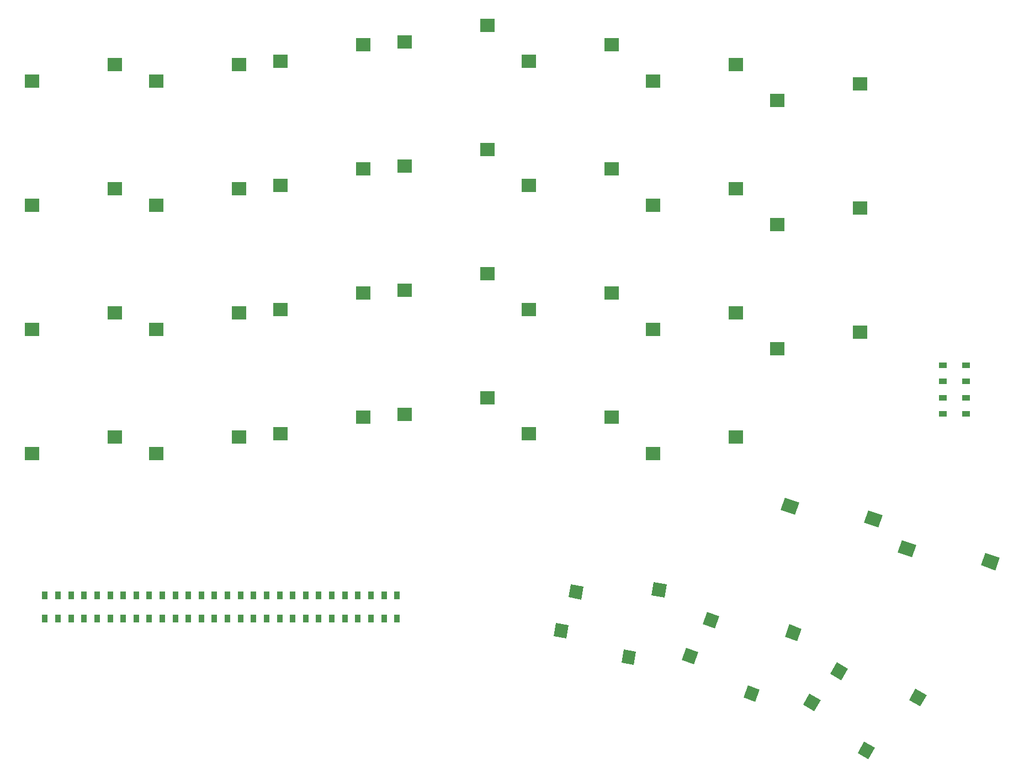
<source format=gbp>
%TF.GenerationSoftware,KiCad,Pcbnew,(5.1.6-0-10_14)*%
%TF.CreationDate,2020-07-09T23:16:05+02:00*%
%TF.ProjectId,splitkb,73706c69-746b-4622-9e6b-696361645f70,rev?*%
%TF.SameCoordinates,Original*%
%TF.FileFunction,Paste,Bot*%
%TF.FilePolarity,Positive*%
%FSLAX46Y46*%
G04 Gerber Fmt 4.6, Leading zero omitted, Abs format (unit mm)*
G04 Created by KiCad (PCBNEW (5.1.6-0-10_14)) date 2020-07-09 23:16:05*
%MOMM*%
%LPD*%
G01*
G04 APERTURE LIST*
%ADD10C,0.100000*%
%ADD11R,2.300000X2.000000*%
%ADD12R,0.950000X1.300000*%
%ADD13R,1.300000X0.950000*%
G04 APERTURE END LIST*
D10*
%TO.C,SW27*%
G36*
X162001219Y-142388269D02*
G01*
X161001219Y-144120319D01*
X159269169Y-143120319D01*
X160269169Y-141388269D01*
X162001219Y-142388269D01*
G37*
G36*
X170297595Y-149718525D02*
G01*
X169297595Y-151450575D01*
X167652147Y-150500575D01*
X168652147Y-148768525D01*
X170297595Y-149718525D01*
G37*
G36*
X166160450Y-137584270D02*
G01*
X165160450Y-139316320D01*
X163428400Y-138316320D01*
X164428400Y-136584270D01*
X166160450Y-137584270D01*
G37*
G36*
X178255767Y-141634566D02*
G01*
X177255767Y-143366616D01*
X175523717Y-142366616D01*
X176523717Y-140634566D01*
X178255767Y-141634566D01*
G37*
%TD*%
%TO.C,SW22*%
G36*
X143204728Y-135008828D02*
G01*
X142520687Y-136888213D01*
X140641302Y-136204172D01*
X141325343Y-134324787D01*
X143204728Y-135008828D01*
G37*
G36*
X152647948Y-140787070D02*
G01*
X151963908Y-142666455D01*
X150178492Y-142016616D01*
X150862532Y-140137231D01*
X152647948Y-140787070D01*
G37*
G36*
X146466565Y-129555570D02*
G01*
X145782524Y-131434955D01*
X143903139Y-130750914D01*
X144587180Y-128871529D01*
X146466565Y-129555570D01*
G37*
G36*
X159081454Y-131444002D02*
G01*
X158397413Y-133323387D01*
X156518028Y-132639346D01*
X157202069Y-130759961D01*
X159081454Y-131444002D01*
G37*
%TD*%
%TO.C,SW17*%
G36*
X123349015Y-130926078D02*
G01*
X123001719Y-132895694D01*
X121032103Y-132548398D01*
X121379399Y-130578782D01*
X123349015Y-130926078D01*
G37*
G36*
X133652153Y-134976739D02*
G01*
X133304856Y-136946355D01*
X131433721Y-136616423D01*
X131781018Y-134646807D01*
X133652153Y-134976739D01*
G37*
G36*
X125614349Y-124989256D02*
G01*
X125267053Y-126958872D01*
X123297437Y-126611576D01*
X123644733Y-124641960D01*
X125614349Y-124989256D01*
G37*
G36*
X138365512Y-124658446D02*
G01*
X138018216Y-126628062D01*
X136048600Y-126280766D01*
X136395896Y-124311150D01*
X138365512Y-124658446D01*
G37*
%TD*%
D11*
%TO.C,SW9*%
X91800000Y-41830000D03*
X79100000Y-44370000D03*
%TD*%
%TO.C,SW30*%
X155300000Y-88470000D03*
X168000000Y-85930000D03*
%TD*%
%TO.C,SW2*%
X53700000Y-63880000D03*
X41000000Y-66420000D03*
%TD*%
D12*
%TO.C,D1*%
X43000000Y-129900000D03*
X43000000Y-126350000D03*
%TD*%
%TO.C,D2*%
X45000000Y-126350000D03*
X45000000Y-129900000D03*
%TD*%
%TO.C,D3*%
X47000000Y-129900000D03*
X47000000Y-126350000D03*
%TD*%
%TO.C,D4*%
X49000000Y-129900000D03*
X49000000Y-126350000D03*
%TD*%
%TO.C,D5*%
X51000000Y-126350000D03*
X51000000Y-129900000D03*
%TD*%
%TO.C,D6*%
X53000000Y-129900000D03*
X53000000Y-126350000D03*
%TD*%
%TO.C,D7*%
X55000000Y-129900000D03*
X55000000Y-126350000D03*
%TD*%
%TO.C,D8*%
X57000000Y-126350000D03*
X57000000Y-129900000D03*
%TD*%
%TO.C,D9*%
X59000000Y-126350000D03*
X59000000Y-129900000D03*
%TD*%
%TO.C,D10*%
X61000000Y-129900000D03*
X61000000Y-126350000D03*
%TD*%
%TO.C,D11*%
X63000000Y-126350000D03*
X63000000Y-129900000D03*
%TD*%
%TO.C,D12*%
X65000000Y-129900000D03*
X65000000Y-126350000D03*
%TD*%
%TO.C,D13*%
X67000000Y-126350000D03*
X67000000Y-129900000D03*
%TD*%
%TO.C,D14*%
X69000000Y-129900000D03*
X69000000Y-126350000D03*
%TD*%
%TO.C,D15*%
X71000000Y-129900000D03*
X71000000Y-126350000D03*
%TD*%
%TO.C,D16*%
X73000000Y-126350000D03*
X73000000Y-129900000D03*
%TD*%
D13*
%TO.C,D17*%
X184275000Y-98500000D03*
X180725000Y-98500000D03*
%TD*%
D12*
%TO.C,D18*%
X75000000Y-126350000D03*
X75000000Y-129900000D03*
%TD*%
%TO.C,D19*%
X77000000Y-129900000D03*
X77000000Y-126350000D03*
%TD*%
%TO.C,D20*%
X79000000Y-126350000D03*
X79000000Y-129900000D03*
%TD*%
%TO.C,D21*%
X81000000Y-129900000D03*
X81000000Y-126350000D03*
%TD*%
D13*
%TO.C,D22*%
X184275000Y-96000000D03*
X180725000Y-96000000D03*
%TD*%
D12*
%TO.C,D23*%
X83000000Y-129900000D03*
X83000000Y-126350000D03*
%TD*%
%TO.C,D24*%
X85000000Y-126350000D03*
X85000000Y-129900000D03*
%TD*%
%TO.C,D25*%
X87000000Y-129900000D03*
X87000000Y-126350000D03*
%TD*%
%TO.C,D26*%
X89000000Y-126350000D03*
X89000000Y-129900000D03*
%TD*%
D13*
%TO.C,D27*%
X180725000Y-93500000D03*
X184275000Y-93500000D03*
%TD*%
D12*
%TO.C,D28*%
X91000000Y-129900000D03*
X91000000Y-126350000D03*
%TD*%
%TO.C,D29*%
X93000000Y-126350000D03*
X93000000Y-129900000D03*
%TD*%
%TO.C,D30*%
X95000000Y-126350000D03*
X95000000Y-129900000D03*
%TD*%
%TO.C,D31*%
X97000000Y-129900000D03*
X97000000Y-126350000D03*
%TD*%
D13*
%TO.C,D32*%
X184275000Y-91000000D03*
X180725000Y-91000000D03*
%TD*%
D11*
%TO.C,SW1*%
X53700000Y-44830000D03*
X41000000Y-47370000D03*
%TD*%
%TO.C,SW3*%
X53700000Y-82930000D03*
X41000000Y-85470000D03*
%TD*%
%TO.C,SW4*%
X41000000Y-104520000D03*
X53700000Y-101980000D03*
%TD*%
%TO.C,SW5*%
X60050000Y-47370000D03*
X72750000Y-44830000D03*
%TD*%
%TO.C,SW6*%
X60050000Y-66420000D03*
X72750000Y-63880000D03*
%TD*%
%TO.C,SW7*%
X72750000Y-82930000D03*
X60050000Y-85470000D03*
%TD*%
%TO.C,SW8*%
X72750000Y-101980000D03*
X60050000Y-104520000D03*
%TD*%
%TO.C,SW10*%
X91800000Y-60880000D03*
X79100000Y-63420000D03*
%TD*%
%TO.C,SW11*%
X79100000Y-82470000D03*
X91800000Y-79930000D03*
%TD*%
%TO.C,SW12*%
X79100000Y-101520000D03*
X91800000Y-98980000D03*
%TD*%
%TO.C,SW13*%
X98150000Y-41370000D03*
X110850000Y-38830000D03*
%TD*%
%TO.C,SW14*%
X98150000Y-60420000D03*
X110850000Y-57880000D03*
%TD*%
%TO.C,SW15*%
X98150000Y-79470000D03*
X110850000Y-76930000D03*
%TD*%
%TO.C,SW16*%
X98150000Y-98520000D03*
X110850000Y-95980000D03*
%TD*%
%TO.C,SW18*%
X129900000Y-41830000D03*
X117200000Y-44370000D03*
%TD*%
%TO.C,SW19*%
X117200000Y-63420000D03*
X129900000Y-60880000D03*
%TD*%
%TO.C,SW20*%
X129900000Y-79930000D03*
X117200000Y-82470000D03*
%TD*%
%TO.C,SW21*%
X117200000Y-101520000D03*
X129900000Y-98980000D03*
%TD*%
%TO.C,SW23*%
X148950000Y-44830000D03*
X136250000Y-47370000D03*
%TD*%
%TO.C,SW24*%
X148950000Y-63880000D03*
X136250000Y-66420000D03*
%TD*%
%TO.C,SW25*%
X148950000Y-82930000D03*
X136250000Y-85470000D03*
%TD*%
%TO.C,SW26*%
X148950000Y-101980000D03*
X136250000Y-104520000D03*
%TD*%
%TO.C,SW28*%
X168000000Y-47830000D03*
X155300000Y-50370000D03*
%TD*%
%TO.C,SW29*%
X155300000Y-69420000D03*
X168000000Y-66880000D03*
%TD*%
D10*
%TO.C,SW31*%
G36*
X158677231Y-112085083D02*
G01*
X157993190Y-113964468D01*
X155831897Y-113177821D01*
X156515938Y-111298436D01*
X158677231Y-112085083D01*
G37*
G36*
X171480058Y-114041920D02*
G01*
X170796017Y-115921305D01*
X168634724Y-115134658D01*
X169318765Y-113255273D01*
X171480058Y-114041920D01*
G37*
%TD*%
%TO.C,SW32*%
G36*
X176627231Y-118635083D02*
G01*
X175943190Y-120514468D01*
X173781897Y-119727821D01*
X174465938Y-117848436D01*
X176627231Y-118635083D01*
G37*
G36*
X189430058Y-120591920D02*
G01*
X188746017Y-122471305D01*
X186584724Y-121684658D01*
X187268765Y-119805273D01*
X189430058Y-120591920D01*
G37*
%TD*%
M02*

</source>
